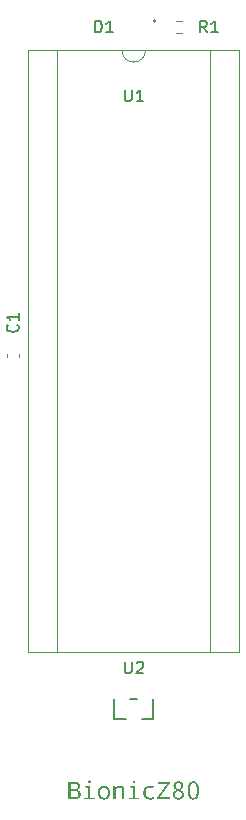
<source format=gbr>
G04 #@! TF.GenerationSoftware,KiCad,Pcbnew,7.0.11+dfsg-1build4*
G04 #@! TF.CreationDate,2024-12-04T21:16:19+09:00*
G04 #@! TF.ProjectId,bionic-z80,62696f6e-6963-42d7-9a38-302e6b696361,3*
G04 #@! TF.SameCoordinates,Original*
G04 #@! TF.FileFunction,Legend,Top*
G04 #@! TF.FilePolarity,Positive*
%FSLAX46Y46*%
G04 Gerber Fmt 4.6, Leading zero omitted, Abs format (unit mm)*
G04 Created by KiCad (PCBNEW 7.0.11+dfsg-1build4) date 2024-12-04 21:16:19*
%MOMM*%
%LPD*%
G01*
G04 APERTURE LIST*
%ADD10C,0.150000*%
%ADD11C,0.120000*%
%ADD12C,0.152400*%
G04 APERTURE END LIST*
D10*
G36*
X108638939Y-135669959D02*
G01*
X108656116Y-135670222D01*
X108672991Y-135670660D01*
X108689563Y-135671274D01*
X108705832Y-135672063D01*
X108721798Y-135673027D01*
X108737462Y-135674167D01*
X108752823Y-135675481D01*
X108767882Y-135676972D01*
X108782638Y-135678637D01*
X108811241Y-135682494D01*
X108838634Y-135687052D01*
X108864816Y-135692311D01*
X108889788Y-135698272D01*
X108913549Y-135704934D01*
X108936099Y-135712297D01*
X108957438Y-135720361D01*
X108977566Y-135729127D01*
X108996484Y-135738593D01*
X109014191Y-135748761D01*
X109030688Y-135759631D01*
X109046127Y-135771236D01*
X109060569Y-135783702D01*
X109074016Y-135797030D01*
X109086467Y-135811219D01*
X109097921Y-135826270D01*
X109108380Y-135842183D01*
X109117842Y-135858957D01*
X109126309Y-135876592D01*
X109133779Y-135895090D01*
X109140254Y-135914448D01*
X109145732Y-135934668D01*
X109150214Y-135955750D01*
X109153700Y-135977693D01*
X109156190Y-136000498D01*
X109157685Y-136024164D01*
X109158183Y-136048692D01*
X109157866Y-136064915D01*
X109156917Y-136080795D01*
X109155336Y-136096331D01*
X109153122Y-136111524D01*
X109150276Y-136126373D01*
X109146797Y-136140879D01*
X109142685Y-136155041D01*
X109135332Y-136175640D01*
X109126555Y-136195467D01*
X109116355Y-136214521D01*
X109104732Y-136232802D01*
X109091686Y-136250310D01*
X109082197Y-136261553D01*
X109077216Y-136267045D01*
X109066872Y-136277631D01*
X109056081Y-136287682D01*
X109044844Y-136297197D01*
X109033161Y-136306177D01*
X109021031Y-136314622D01*
X109008454Y-136322532D01*
X108995431Y-136329907D01*
X108981961Y-136336746D01*
X108968045Y-136343050D01*
X108953683Y-136348819D01*
X108938873Y-136354052D01*
X108923618Y-136358751D01*
X108907916Y-136362914D01*
X108891767Y-136366542D01*
X108875172Y-136369634D01*
X108858130Y-136372192D01*
X108858130Y-136382450D01*
X108879183Y-136386165D01*
X108899567Y-136390350D01*
X108919282Y-136395004D01*
X108938330Y-136400127D01*
X108956709Y-136405720D01*
X108974419Y-136411782D01*
X108991462Y-136418314D01*
X109007836Y-136425315D01*
X109023542Y-136432785D01*
X109038579Y-136440725D01*
X109052948Y-136449134D01*
X109066649Y-136458013D01*
X109079681Y-136467361D01*
X109092045Y-136477178D01*
X109103741Y-136487465D01*
X109114768Y-136498221D01*
X109125127Y-136509447D01*
X109134818Y-136521142D01*
X109143841Y-136533306D01*
X109152195Y-136545940D01*
X109159881Y-136559043D01*
X109166898Y-136572616D01*
X109173247Y-136586658D01*
X109178928Y-136601169D01*
X109183940Y-136616150D01*
X109188285Y-136631601D01*
X109191960Y-136647520D01*
X109194968Y-136663909D01*
X109197307Y-136680768D01*
X109198978Y-136698096D01*
X109199980Y-136715893D01*
X109200314Y-136734160D01*
X109199801Y-136759281D01*
X109198259Y-136783722D01*
X109195691Y-136807481D01*
X109192094Y-136830559D01*
X109187470Y-136852956D01*
X109181819Y-136874672D01*
X109175140Y-136895706D01*
X109167433Y-136916060D01*
X109158699Y-136935732D01*
X109148938Y-136954722D01*
X109138148Y-136973032D01*
X109126332Y-136990660D01*
X109113488Y-137007608D01*
X109099616Y-137023874D01*
X109084716Y-137039458D01*
X109068790Y-137054362D01*
X109052021Y-137068426D01*
X109034506Y-137081582D01*
X109016244Y-137093831D01*
X108997234Y-137105172D01*
X108977478Y-137115606D01*
X108956974Y-137125133D01*
X108935724Y-137133753D01*
X108913726Y-137141465D01*
X108890981Y-137148270D01*
X108867490Y-137154168D01*
X108843251Y-137159158D01*
X108818265Y-137163241D01*
X108792532Y-137166417D01*
X108766053Y-137168685D01*
X108738826Y-137170046D01*
X108710852Y-137170500D01*
X108167900Y-137170500D01*
X108167900Y-136466714D01*
X108360608Y-136466714D01*
X108360608Y-137006735D01*
X108676780Y-137006735D01*
X108696502Y-137006461D01*
X108715599Y-137005640D01*
X108734069Y-137004271D01*
X108751913Y-137002355D01*
X108769131Y-136999892D01*
X108785723Y-136996881D01*
X108801689Y-136993323D01*
X108817029Y-136989218D01*
X108831742Y-136984565D01*
X108845830Y-136979365D01*
X108872126Y-136967322D01*
X108895919Y-136953089D01*
X108917206Y-136936668D01*
X108935990Y-136918056D01*
X108952269Y-136897255D01*
X108966043Y-136874264D01*
X108977313Y-136849084D01*
X108986079Y-136821714D01*
X108989522Y-136807207D01*
X108992340Y-136792154D01*
X108994531Y-136776553D01*
X108996096Y-136760405D01*
X108997036Y-136743709D01*
X108997349Y-136726466D01*
X108997023Y-136710485D01*
X108996045Y-136695012D01*
X108994415Y-136680045D01*
X108989200Y-136651635D01*
X108981378Y-136625254D01*
X108970948Y-136600902D01*
X108957910Y-136578580D01*
X108942266Y-136558287D01*
X108924013Y-136540023D01*
X108903153Y-136523788D01*
X108879686Y-136509583D01*
X108853611Y-136497407D01*
X108839596Y-136492080D01*
X108824929Y-136487261D01*
X108809610Y-136482948D01*
X108793639Y-136479143D01*
X108777016Y-136475846D01*
X108759742Y-136473055D01*
X108741815Y-136470772D01*
X108723237Y-136468997D01*
X108704007Y-136467728D01*
X108684125Y-136466967D01*
X108663591Y-136466714D01*
X108360608Y-136466714D01*
X108167900Y-136466714D01*
X108167900Y-135833636D01*
X108360608Y-135833636D01*
X108360608Y-136302949D01*
X108652966Y-136302949D01*
X108672730Y-136302730D01*
X108691812Y-136302073D01*
X108710213Y-136300978D01*
X108727934Y-136299446D01*
X108744972Y-136297475D01*
X108761330Y-136295066D01*
X108777006Y-136292220D01*
X108792001Y-136288935D01*
X108806315Y-136285213D01*
X108826509Y-136278809D01*
X108845170Y-136271419D01*
X108862298Y-136263043D01*
X108877894Y-136253683D01*
X108887439Y-136246895D01*
X108900599Y-136235741D01*
X108912465Y-136223299D01*
X108923036Y-136209569D01*
X108932313Y-136194551D01*
X108940296Y-136178245D01*
X108946984Y-136160651D01*
X108952377Y-136141769D01*
X108956476Y-136121599D01*
X108959281Y-136100141D01*
X108960431Y-136085120D01*
X108961007Y-136069526D01*
X108961079Y-136061515D01*
X108960771Y-136046535D01*
X108959156Y-136025081D01*
X108956156Y-136004843D01*
X108951771Y-135985822D01*
X108946002Y-135968019D01*
X108938848Y-135951433D01*
X108930310Y-135936064D01*
X108920387Y-135921912D01*
X108909079Y-135908977D01*
X108896387Y-135897260D01*
X108882310Y-135886759D01*
X108866730Y-135877265D01*
X108849526Y-135868706D01*
X108830700Y-135861080D01*
X108810251Y-135854387D01*
X108795717Y-135850445D01*
X108780461Y-135846917D01*
X108764484Y-135843804D01*
X108747786Y-135841107D01*
X108730366Y-135838824D01*
X108712226Y-135836956D01*
X108693364Y-135835504D01*
X108673780Y-135834466D01*
X108653476Y-135833844D01*
X108632450Y-135833636D01*
X108360608Y-135833636D01*
X108167900Y-135833636D01*
X108167900Y-135669871D01*
X108621459Y-135669871D01*
X108638939Y-135669959D01*
G37*
G36*
X109941103Y-135576082D02*
G01*
X109960614Y-135577109D01*
X109978206Y-135580191D01*
X109993879Y-135585327D01*
X110007632Y-135592517D01*
X110019467Y-135601762D01*
X110029382Y-135613061D01*
X110037379Y-135626414D01*
X110043456Y-135641822D01*
X110047614Y-135659284D01*
X110049853Y-135678800D01*
X110050280Y-135692952D01*
X110049483Y-135710766D01*
X110047095Y-135727113D01*
X110043115Y-135741993D01*
X110036237Y-135757913D01*
X110027067Y-135771720D01*
X110017673Y-135781613D01*
X110005158Y-135791449D01*
X109991793Y-135799250D01*
X109977578Y-135805015D01*
X109962512Y-135808746D01*
X109946597Y-135810442D01*
X109941103Y-135810555D01*
X109921396Y-135809522D01*
X109903627Y-135806421D01*
X109887796Y-135801253D01*
X109873904Y-135794017D01*
X109861950Y-135784715D01*
X109851935Y-135773345D01*
X109843858Y-135759908D01*
X109837720Y-135744404D01*
X109833520Y-135726832D01*
X109831258Y-135707193D01*
X109830827Y-135692952D01*
X109831797Y-135672066D01*
X109834704Y-135653235D01*
X109839550Y-135636458D01*
X109846335Y-135621735D01*
X109855058Y-135609066D01*
X109865719Y-135598452D01*
X109878319Y-135589892D01*
X109892857Y-135583387D01*
X109909334Y-135578935D01*
X109927749Y-135576539D01*
X109941103Y-135576082D01*
G37*
G36*
X109846581Y-136192307D02*
G01*
X109569243Y-136170691D01*
X109569243Y-136045028D01*
X110033793Y-136045028D01*
X110033793Y-137023221D01*
X110396494Y-137043737D01*
X110396494Y-137170500D01*
X109491940Y-137170500D01*
X109491940Y-137043737D01*
X109846581Y-137023221D01*
X109846581Y-136192307D01*
G37*
G36*
X111211932Y-136022205D02*
G01*
X111239051Y-136024077D01*
X111265536Y-136027197D01*
X111291384Y-136031565D01*
X111316598Y-136037180D01*
X111341176Y-136044044D01*
X111365118Y-136052155D01*
X111388425Y-136061515D01*
X111411097Y-136072122D01*
X111433133Y-136083978D01*
X111454534Y-136097081D01*
X111475299Y-136111432D01*
X111495429Y-136127031D01*
X111514924Y-136143878D01*
X111533783Y-136161973D01*
X111552007Y-136181316D01*
X111569353Y-136201692D01*
X111585581Y-136222887D01*
X111600689Y-136244900D01*
X111614678Y-136267732D01*
X111627548Y-136291383D01*
X111639299Y-136315852D01*
X111649930Y-136341140D01*
X111659443Y-136367246D01*
X111667836Y-136394171D01*
X111675111Y-136421914D01*
X111681266Y-136450476D01*
X111683924Y-136465064D01*
X111686302Y-136479857D01*
X111688400Y-136494854D01*
X111690219Y-136510056D01*
X111691758Y-136525463D01*
X111693017Y-136541074D01*
X111693996Y-136556890D01*
X111694696Y-136572911D01*
X111695115Y-136589136D01*
X111695255Y-136605566D01*
X111695117Y-136622534D01*
X111694703Y-136639277D01*
X111694012Y-136655793D01*
X111693045Y-136672084D01*
X111691803Y-136688148D01*
X111690283Y-136703986D01*
X111688488Y-136719598D01*
X111686417Y-136734984D01*
X111684069Y-136750144D01*
X111681445Y-136765077D01*
X111678545Y-136779785D01*
X111675368Y-136794266D01*
X111671916Y-136808522D01*
X111664182Y-136836354D01*
X111655344Y-136863282D01*
X111645400Y-136889305D01*
X111634352Y-136914424D01*
X111622199Y-136938638D01*
X111608941Y-136961948D01*
X111594579Y-136984354D01*
X111579111Y-137005855D01*
X111562539Y-137026451D01*
X111553839Y-137036410D01*
X111535841Y-137055487D01*
X111517110Y-137073333D01*
X111497647Y-137089948D01*
X111477452Y-137105332D01*
X111456523Y-137119486D01*
X111434862Y-137132409D01*
X111412468Y-137144101D01*
X111389341Y-137154563D01*
X111365481Y-137163793D01*
X111340889Y-137171793D01*
X111315564Y-137178562D01*
X111289507Y-137184101D01*
X111262716Y-137188408D01*
X111235193Y-137191485D01*
X111206937Y-137193331D01*
X111177949Y-137193947D01*
X111150413Y-137193321D01*
X111123492Y-137191445D01*
X111097187Y-137188318D01*
X111071497Y-137183940D01*
X111046423Y-137178312D01*
X111021963Y-137171433D01*
X110998120Y-137163302D01*
X110974891Y-137153922D01*
X110952278Y-137143290D01*
X110930281Y-137131407D01*
X110908899Y-137118274D01*
X110888132Y-137103890D01*
X110867980Y-137088255D01*
X110848444Y-137071369D01*
X110829523Y-137053233D01*
X110811218Y-137033846D01*
X110793827Y-137013368D01*
X110777558Y-136992051D01*
X110762412Y-136969896D01*
X110748387Y-136946903D01*
X110735484Y-136923071D01*
X110723703Y-136898400D01*
X110713044Y-136872890D01*
X110703507Y-136846542D01*
X110695092Y-136819355D01*
X110687799Y-136791330D01*
X110684573Y-136777002D01*
X110681628Y-136762466D01*
X110678963Y-136747719D01*
X110676579Y-136732763D01*
X110674476Y-136717597D01*
X110672652Y-136702222D01*
X110671110Y-136686636D01*
X110669847Y-136670842D01*
X110668866Y-136654837D01*
X110668164Y-136638623D01*
X110667744Y-136622199D01*
X110667603Y-136605566D01*
X110861410Y-136605566D01*
X110861723Y-136632186D01*
X110862662Y-136657960D01*
X110864228Y-136682890D01*
X110866419Y-136706974D01*
X110869236Y-136730214D01*
X110872680Y-136752608D01*
X110876750Y-136774157D01*
X110881446Y-136794862D01*
X110886768Y-136814721D01*
X110892716Y-136833735D01*
X110899290Y-136851904D01*
X110906490Y-136869228D01*
X110914316Y-136885707D01*
X110922769Y-136901341D01*
X110931848Y-136916129D01*
X110941552Y-136930073D01*
X110951883Y-136943172D01*
X110962840Y-136955425D01*
X110974423Y-136966834D01*
X110986632Y-136977397D01*
X110999467Y-136987115D01*
X111012929Y-136995988D01*
X111027016Y-137004017D01*
X111041730Y-137011200D01*
X111057070Y-137017538D01*
X111073035Y-137023031D01*
X111089627Y-137027679D01*
X111106845Y-137031481D01*
X111124690Y-137034439D01*
X111143160Y-137036552D01*
X111162256Y-137037819D01*
X111181979Y-137038242D01*
X111201634Y-137037819D01*
X111220665Y-137036552D01*
X111239071Y-137034439D01*
X111256854Y-137031481D01*
X111274013Y-137027679D01*
X111290549Y-137023031D01*
X111306460Y-137017538D01*
X111321747Y-137011200D01*
X111336410Y-137004017D01*
X111350449Y-136995988D01*
X111363864Y-136987115D01*
X111376656Y-136977397D01*
X111388823Y-136966834D01*
X111400366Y-136955425D01*
X111411286Y-136943172D01*
X111421581Y-136930073D01*
X111431252Y-136916129D01*
X111440300Y-136901341D01*
X111448723Y-136885707D01*
X111456523Y-136869228D01*
X111463699Y-136851904D01*
X111470250Y-136833735D01*
X111476178Y-136814721D01*
X111481482Y-136794862D01*
X111486161Y-136774157D01*
X111490217Y-136752608D01*
X111493649Y-136730214D01*
X111496457Y-136706974D01*
X111498641Y-136682890D01*
X111500200Y-136657960D01*
X111501136Y-136632186D01*
X111501448Y-136605566D01*
X111501134Y-136579217D01*
X111500192Y-136553704D01*
X111498621Y-136529028D01*
X111496422Y-136505188D01*
X111493595Y-136482184D01*
X111490140Y-136460018D01*
X111486056Y-136438687D01*
X111481344Y-136418193D01*
X111476004Y-136398536D01*
X111470036Y-136379715D01*
X111463439Y-136361731D01*
X111456214Y-136344583D01*
X111448361Y-136328271D01*
X111439879Y-136312796D01*
X111430769Y-136298158D01*
X111421031Y-136284356D01*
X111410665Y-136271390D01*
X111399671Y-136259261D01*
X111388048Y-136247969D01*
X111375797Y-136237513D01*
X111362918Y-136227893D01*
X111349410Y-136219110D01*
X111335274Y-136211164D01*
X111320510Y-136204053D01*
X111305118Y-136197780D01*
X111289097Y-136192343D01*
X111272449Y-136187742D01*
X111255171Y-136183978D01*
X111237266Y-136181050D01*
X111218733Y-136178959D01*
X111199571Y-136177704D01*
X111179781Y-136177286D01*
X111160193Y-136177704D01*
X111141228Y-136178959D01*
X111122884Y-136181050D01*
X111105162Y-136183978D01*
X111088063Y-136187742D01*
X111071584Y-136192343D01*
X111055728Y-136197780D01*
X111040493Y-136204053D01*
X111025881Y-136211164D01*
X111011890Y-136219110D01*
X110998521Y-136227893D01*
X110985774Y-136237513D01*
X110973648Y-136247969D01*
X110962144Y-136259261D01*
X110951263Y-136271390D01*
X110941003Y-136284356D01*
X110931365Y-136298158D01*
X110922348Y-136312796D01*
X110913954Y-136328271D01*
X110906181Y-136344583D01*
X110899030Y-136361731D01*
X110892501Y-136379715D01*
X110886594Y-136398536D01*
X110881308Y-136418193D01*
X110876645Y-136438687D01*
X110872603Y-136460018D01*
X110869183Y-136482184D01*
X110866385Y-136505188D01*
X110864208Y-136529028D01*
X110862654Y-136553704D01*
X110861721Y-136579217D01*
X110861410Y-136605566D01*
X110667603Y-136605566D01*
X110667740Y-136588756D01*
X110668149Y-136572169D01*
X110668830Y-136555806D01*
X110669784Y-136539666D01*
X110671011Y-136523749D01*
X110672511Y-136508056D01*
X110674283Y-136492585D01*
X110676327Y-136477338D01*
X110678645Y-136462315D01*
X110681235Y-136447514D01*
X110684097Y-136432937D01*
X110687232Y-136418583D01*
X110694321Y-136390544D01*
X110702500Y-136363399D01*
X110711769Y-136337147D01*
X110722129Y-136311787D01*
X110733579Y-136287321D01*
X110746120Y-136263748D01*
X110759751Y-136241068D01*
X110774473Y-136219280D01*
X110790285Y-136198386D01*
X110807188Y-136178385D01*
X110825018Y-136159397D01*
X110843613Y-136141634D01*
X110862971Y-136125096D01*
X110883094Y-136109783D01*
X110903981Y-136095695D01*
X110925633Y-136082833D01*
X110948048Y-136071195D01*
X110971228Y-136060782D01*
X110995172Y-136051594D01*
X111019880Y-136043632D01*
X111045352Y-136036894D01*
X111071589Y-136031381D01*
X111098589Y-136027094D01*
X111126354Y-136024031D01*
X111154884Y-136022194D01*
X111184177Y-136021581D01*
X111211932Y-136022205D01*
G37*
G36*
X112723640Y-137170500D02*
G01*
X112723640Y-136444366D01*
X112723400Y-136427934D01*
X112722682Y-136412024D01*
X112721485Y-136396635D01*
X112719810Y-136381769D01*
X112715023Y-136353600D01*
X112708321Y-136327518D01*
X112699704Y-136303523D01*
X112689173Y-136281614D01*
X112676726Y-136261792D01*
X112662365Y-136244056D01*
X112646089Y-136228407D01*
X112627898Y-136214844D01*
X112607793Y-136203368D01*
X112585772Y-136193978D01*
X112561837Y-136186675D01*
X112535987Y-136181459D01*
X112508222Y-136178329D01*
X112478542Y-136177286D01*
X112459067Y-136177685D01*
X112440211Y-136178883D01*
X112421973Y-136180879D01*
X112404353Y-136183674D01*
X112387352Y-136187268D01*
X112370968Y-136191660D01*
X112355203Y-136196851D01*
X112340056Y-136202840D01*
X112325528Y-136209628D01*
X112311617Y-136217214D01*
X112298325Y-136225599D01*
X112285651Y-136234782D01*
X112273595Y-136244764D01*
X112262158Y-136255545D01*
X112251339Y-136267124D01*
X112241138Y-136279502D01*
X112231555Y-136292678D01*
X112222591Y-136306653D01*
X112214244Y-136321426D01*
X112206516Y-136336998D01*
X112199407Y-136353368D01*
X112192915Y-136370537D01*
X112187042Y-136388505D01*
X112181787Y-136407271D01*
X112177150Y-136426836D01*
X112173132Y-136447199D01*
X112169731Y-136468361D01*
X112166949Y-136490321D01*
X112164785Y-136513080D01*
X112163240Y-136536638D01*
X112162312Y-136560994D01*
X112162003Y-136586148D01*
X112162003Y-137170500D01*
X111974425Y-137170500D01*
X111974425Y-136045028D01*
X112125733Y-136045028D01*
X112153577Y-136194871D01*
X112163835Y-136194871D01*
X112177640Y-136173887D01*
X112192492Y-136154257D01*
X112208391Y-136135980D01*
X112225338Y-136119057D01*
X112243333Y-136103488D01*
X112262376Y-136089273D01*
X112282465Y-136076411D01*
X112303603Y-136064904D01*
X112325788Y-136054750D01*
X112349021Y-136045950D01*
X112373301Y-136038504D01*
X112398629Y-136032412D01*
X112425004Y-136027673D01*
X112452427Y-136024289D01*
X112480898Y-136022258D01*
X112510416Y-136021581D01*
X112535074Y-136021984D01*
X112558950Y-136023191D01*
X112582043Y-136025204D01*
X112604354Y-136028021D01*
X112625881Y-136031644D01*
X112646626Y-136036071D01*
X112666588Y-136041304D01*
X112685767Y-136047341D01*
X112704163Y-136054184D01*
X112721776Y-136061831D01*
X112738607Y-136070284D01*
X112754655Y-136079541D01*
X112769920Y-136089604D01*
X112784402Y-136100471D01*
X112798101Y-136112144D01*
X112811018Y-136124621D01*
X112823151Y-136137904D01*
X112834502Y-136151991D01*
X112845070Y-136166884D01*
X112854855Y-136182581D01*
X112863858Y-136199084D01*
X112872077Y-136216391D01*
X112879514Y-136234504D01*
X112886168Y-136253421D01*
X112892039Y-136273144D01*
X112897127Y-136293671D01*
X112901433Y-136315004D01*
X112904956Y-136337141D01*
X112907695Y-136360083D01*
X112909653Y-136383831D01*
X112910827Y-136408383D01*
X112911218Y-136433741D01*
X112911218Y-137170500D01*
X112723640Y-137170500D01*
G37*
G36*
X113721982Y-135576082D02*
G01*
X113741493Y-135577109D01*
X113759085Y-135580191D01*
X113774758Y-135585327D01*
X113788512Y-135592517D01*
X113800346Y-135601762D01*
X113810262Y-135613061D01*
X113818258Y-135626414D01*
X113824335Y-135641822D01*
X113828493Y-135659284D01*
X113830732Y-135678800D01*
X113831159Y-135692952D01*
X113830363Y-135710766D01*
X113827975Y-135727113D01*
X113823994Y-135741993D01*
X113817116Y-135757913D01*
X113807946Y-135771720D01*
X113798552Y-135781613D01*
X113786037Y-135791449D01*
X113772672Y-135799250D01*
X113758457Y-135805015D01*
X113743392Y-135808746D01*
X113727476Y-135810442D01*
X113721982Y-135810555D01*
X113702275Y-135809522D01*
X113684506Y-135806421D01*
X113668675Y-135801253D01*
X113654783Y-135794017D01*
X113642829Y-135784715D01*
X113632814Y-135773345D01*
X113624737Y-135759908D01*
X113618599Y-135744404D01*
X113614399Y-135726832D01*
X113612137Y-135707193D01*
X113611707Y-135692952D01*
X113612676Y-135672066D01*
X113615584Y-135653235D01*
X113620430Y-135636458D01*
X113627214Y-135621735D01*
X113635937Y-135609066D01*
X113646599Y-135598452D01*
X113659198Y-135589892D01*
X113673737Y-135583387D01*
X113690213Y-135578935D01*
X113708629Y-135576539D01*
X113721982Y-135576082D01*
G37*
G36*
X113627460Y-136192307D02*
G01*
X113350123Y-136170691D01*
X113350123Y-136045028D01*
X113814672Y-136045028D01*
X113814672Y-137023221D01*
X114177373Y-137043737D01*
X114177373Y-137170500D01*
X113272820Y-137170500D01*
X113272820Y-137043737D01*
X113627460Y-137023221D01*
X113627460Y-136192307D01*
G37*
G36*
X115423378Y-136082398D02*
G01*
X115359631Y-136245063D01*
X115340434Y-136237832D01*
X115321494Y-136231067D01*
X115302813Y-136224769D01*
X115284388Y-136218937D01*
X115266222Y-136213572D01*
X115248313Y-136208673D01*
X115230662Y-136204241D01*
X115213268Y-136200275D01*
X115196132Y-136196776D01*
X115179253Y-136193744D01*
X115162632Y-136191178D01*
X115146269Y-136189078D01*
X115130163Y-136187445D01*
X115114315Y-136186279D01*
X115098725Y-136185579D01*
X115083392Y-136185346D01*
X115059883Y-136185762D01*
X115037120Y-136187010D01*
X115015103Y-136189091D01*
X114993833Y-136192004D01*
X114973309Y-136195748D01*
X114953532Y-136200325D01*
X114934500Y-136205735D01*
X114916215Y-136211976D01*
X114898677Y-136219050D01*
X114881884Y-136226956D01*
X114865838Y-136235694D01*
X114850539Y-136245264D01*
X114835985Y-136255666D01*
X114822178Y-136266901D01*
X114809118Y-136278967D01*
X114796803Y-136291866D01*
X114785235Y-136305598D01*
X114774414Y-136320161D01*
X114764338Y-136335556D01*
X114755009Y-136351784D01*
X114746427Y-136368844D01*
X114738590Y-136386736D01*
X114731500Y-136405460D01*
X114725156Y-136425017D01*
X114719559Y-136445406D01*
X114714708Y-136466626D01*
X114710603Y-136488679D01*
X114707245Y-136511565D01*
X114704632Y-136535282D01*
X114702767Y-136559832D01*
X114701647Y-136585214D01*
X114701274Y-136611428D01*
X114701637Y-136637191D01*
X114702727Y-136662136D01*
X114704542Y-136686264D01*
X114707084Y-136709573D01*
X114710353Y-136732065D01*
X114714347Y-136753739D01*
X114719068Y-136774595D01*
X114724515Y-136794633D01*
X114730689Y-136813853D01*
X114737588Y-136832255D01*
X114745214Y-136849840D01*
X114753567Y-136866606D01*
X114762645Y-136882555D01*
X114772450Y-136897685D01*
X114782981Y-136911998D01*
X114794239Y-136925493D01*
X114806223Y-136938171D01*
X114818933Y-136950030D01*
X114832369Y-136961071D01*
X114846532Y-136971295D01*
X114861421Y-136980700D01*
X114877036Y-136989288D01*
X114893377Y-136997058D01*
X114910445Y-137004010D01*
X114928239Y-137010144D01*
X114946759Y-137015460D01*
X114966006Y-137019958D01*
X114985979Y-137023639D01*
X115006678Y-137026502D01*
X115028104Y-137028546D01*
X115050256Y-137029773D01*
X115073134Y-137030182D01*
X115093403Y-137029933D01*
X115113726Y-137029186D01*
X115134103Y-137027941D01*
X115154535Y-137026198D01*
X115175022Y-137023957D01*
X115195562Y-137021218D01*
X115216157Y-137017980D01*
X115236807Y-137014245D01*
X115257511Y-137010012D01*
X115278269Y-137005281D01*
X115299082Y-137000051D01*
X115319949Y-136994324D01*
X115340870Y-136988099D01*
X115361846Y-136981375D01*
X115382876Y-136974154D01*
X115403961Y-136966435D01*
X115403961Y-137131299D01*
X115386451Y-137138885D01*
X115368452Y-137145982D01*
X115349963Y-137152589D01*
X115330985Y-137158707D01*
X115311518Y-137164336D01*
X115291561Y-137169475D01*
X115271115Y-137174125D01*
X115250179Y-137178285D01*
X115228754Y-137181956D01*
X115206839Y-137185137D01*
X115184435Y-137187829D01*
X115161542Y-137190031D01*
X115138159Y-137191744D01*
X115114287Y-137192968D01*
X115089925Y-137193702D01*
X115065074Y-137193947D01*
X115048634Y-137193800D01*
X115032426Y-137193361D01*
X115016448Y-137192630D01*
X115000702Y-137191606D01*
X114985187Y-137190289D01*
X114969903Y-137188679D01*
X114954851Y-137186777D01*
X114940029Y-137184582D01*
X114925438Y-137182094D01*
X114896951Y-137176241D01*
X114869388Y-137169217D01*
X114842749Y-137161022D01*
X114817035Y-137151657D01*
X114792245Y-137141121D01*
X114768380Y-137129415D01*
X114745439Y-137116538D01*
X114723423Y-137102490D01*
X114702331Y-137087271D01*
X114682164Y-137070882D01*
X114662921Y-137053323D01*
X114653647Y-137044104D01*
X114635945Y-137024864D01*
X114619386Y-137004605D01*
X114603968Y-136983327D01*
X114589693Y-136961031D01*
X114576560Y-136937715D01*
X114564569Y-136913380D01*
X114553719Y-136888027D01*
X114544012Y-136861654D01*
X114535447Y-136834263D01*
X114528024Y-136805853D01*
X114524740Y-136791265D01*
X114521743Y-136776423D01*
X114519030Y-136761326D01*
X114516603Y-136745975D01*
X114514462Y-136730369D01*
X114512606Y-136714508D01*
X114511036Y-136698392D01*
X114509751Y-136682021D01*
X114508752Y-136665396D01*
X114508038Y-136648516D01*
X114507610Y-136631382D01*
X114507467Y-136613992D01*
X114507613Y-136596038D01*
X114508051Y-136578353D01*
X114508781Y-136560938D01*
X114509803Y-136543793D01*
X114511117Y-136526918D01*
X114512722Y-136510313D01*
X114514620Y-136493977D01*
X114516810Y-136477911D01*
X114519291Y-136462115D01*
X114522065Y-136446588D01*
X114525130Y-136431331D01*
X114528487Y-136416344D01*
X114532137Y-136401627D01*
X114536078Y-136387180D01*
X114540311Y-136373002D01*
X114549654Y-136345456D01*
X114560164Y-136318989D01*
X114571841Y-136293601D01*
X114584687Y-136269292D01*
X114598701Y-136246063D01*
X114613882Y-136223912D01*
X114630231Y-136202840D01*
X114647748Y-136182848D01*
X114656944Y-136173256D01*
X114676102Y-136154889D01*
X114696208Y-136137707D01*
X114717261Y-136121710D01*
X114739261Y-136106898D01*
X114762209Y-136093271D01*
X114786104Y-136080829D01*
X114810947Y-136069572D01*
X114836737Y-136059500D01*
X114863475Y-136050613D01*
X114891159Y-136042910D01*
X114919792Y-136036393D01*
X114934463Y-136033579D01*
X114949371Y-136031061D01*
X114964516Y-136028839D01*
X114979898Y-136026913D01*
X114995517Y-136025284D01*
X115011373Y-136023951D01*
X115027465Y-136022914D01*
X115043795Y-136022174D01*
X115060361Y-136021729D01*
X115077164Y-136021581D01*
X115100026Y-136021819D01*
X115122725Y-136022531D01*
X115145260Y-136023719D01*
X115167633Y-136025382D01*
X115189842Y-136027520D01*
X115211888Y-136030133D01*
X115233772Y-136033222D01*
X115255492Y-136036785D01*
X115277048Y-136040824D01*
X115298442Y-136045338D01*
X115319673Y-136050326D01*
X115340740Y-136055790D01*
X115361644Y-136061730D01*
X115382385Y-136068144D01*
X115402963Y-136075033D01*
X115423378Y-136082398D01*
G37*
G36*
X116748518Y-137170500D02*
G01*
X115695587Y-137170500D01*
X115695587Y-137023221D01*
X116512579Y-135838765D01*
X115717202Y-135838765D01*
X115717202Y-135669871D01*
X116728001Y-135669871D01*
X116728001Y-135817150D01*
X115911009Y-137001606D01*
X116748518Y-137001606D01*
X116748518Y-137170500D01*
G37*
G36*
X117506883Y-135646805D02*
G01*
X117529755Y-135647947D01*
X117552060Y-135649850D01*
X117573799Y-135652515D01*
X117594971Y-135655941D01*
X117615576Y-135660128D01*
X117635614Y-135665077D01*
X117655086Y-135670787D01*
X117673991Y-135677259D01*
X117692329Y-135684492D01*
X117710101Y-135692486D01*
X117727305Y-135701241D01*
X117743944Y-135710758D01*
X117760015Y-135721037D01*
X117775520Y-135732076D01*
X117790457Y-135743877D01*
X117804698Y-135756326D01*
X117818021Y-135769311D01*
X117830424Y-135782830D01*
X117841909Y-135796885D01*
X117852475Y-135811476D01*
X117862122Y-135826601D01*
X117870850Y-135842262D01*
X117878660Y-135858457D01*
X117885550Y-135875189D01*
X117891523Y-135892455D01*
X117896576Y-135910256D01*
X117900710Y-135928593D01*
X117903926Y-135947465D01*
X117906223Y-135966873D01*
X117907601Y-135986815D01*
X117908060Y-136007293D01*
X117907006Y-136036336D01*
X117903842Y-136064572D01*
X117898568Y-136092000D01*
X117891185Y-136118622D01*
X117881692Y-136144436D01*
X117870090Y-136169443D01*
X117856379Y-136193644D01*
X117840558Y-136217036D01*
X117822627Y-136239622D01*
X117812871Y-136250612D01*
X117802588Y-136261401D01*
X117791777Y-136271988D01*
X117780438Y-136282372D01*
X117768573Y-136292555D01*
X117756180Y-136302537D01*
X117743259Y-136312316D01*
X117729811Y-136321894D01*
X117715836Y-136331270D01*
X117701334Y-136340444D01*
X117686304Y-136349416D01*
X117670747Y-136358187D01*
X117654662Y-136366756D01*
X117638050Y-136375123D01*
X117657637Y-136385500D01*
X117676603Y-136396025D01*
X117694946Y-136406698D01*
X117712668Y-136417518D01*
X117729768Y-136428485D01*
X117746246Y-136439600D01*
X117762103Y-136450862D01*
X117777337Y-136462272D01*
X117791950Y-136473829D01*
X117805941Y-136485533D01*
X117819310Y-136497385D01*
X117832057Y-136509384D01*
X117844182Y-136521530D01*
X117855686Y-136533824D01*
X117866568Y-136546266D01*
X117876828Y-136558854D01*
X117886466Y-136571591D01*
X117895482Y-136584474D01*
X117903877Y-136597505D01*
X117911650Y-136610683D01*
X117918801Y-136624009D01*
X117925330Y-136637482D01*
X117931237Y-136651103D01*
X117936522Y-136664871D01*
X117941186Y-136678786D01*
X117948648Y-136707059D01*
X117953622Y-136735922D01*
X117955177Y-136750574D01*
X117956110Y-136765374D01*
X117956421Y-136780322D01*
X117955912Y-136803391D01*
X117954388Y-136825888D01*
X117951848Y-136847813D01*
X117948292Y-136869165D01*
X117943719Y-136889945D01*
X117938131Y-136910152D01*
X117931526Y-136929787D01*
X117923906Y-136948849D01*
X117915269Y-136967339D01*
X117905616Y-136985257D01*
X117894947Y-137002602D01*
X117883262Y-137019374D01*
X117870561Y-137035574D01*
X117856844Y-137051202D01*
X117842111Y-137066257D01*
X117826361Y-137080740D01*
X117809823Y-137094449D01*
X117792633Y-137107273D01*
X117774790Y-137119213D01*
X117756294Y-137130268D01*
X117737146Y-137140439D01*
X117717345Y-137149726D01*
X117696891Y-137158128D01*
X117675785Y-137165645D01*
X117654027Y-137172278D01*
X117631616Y-137178027D01*
X117608552Y-137182891D01*
X117584836Y-137186871D01*
X117560467Y-137189967D01*
X117535445Y-137192178D01*
X117509771Y-137193505D01*
X117483444Y-137193947D01*
X117456027Y-137193530D01*
X117429371Y-137192281D01*
X117403477Y-137190199D01*
X117378343Y-137187284D01*
X117353972Y-137183535D01*
X117330361Y-137178955D01*
X117307512Y-137173541D01*
X117285424Y-137167294D01*
X117264098Y-137160214D01*
X117243533Y-137152301D01*
X117223729Y-137143556D01*
X117204687Y-137133978D01*
X117186406Y-137123566D01*
X117168886Y-137112322D01*
X117152128Y-137100245D01*
X117136131Y-137087335D01*
X117121047Y-137073632D01*
X117106936Y-137059268D01*
X117093799Y-137044243D01*
X117081634Y-137028556D01*
X117070443Y-137012209D01*
X117060225Y-136995200D01*
X117050980Y-136977530D01*
X117042708Y-136959199D01*
X117035409Y-136940207D01*
X117029084Y-136920553D01*
X117023731Y-136900239D01*
X117019352Y-136879263D01*
X117015946Y-136857626D01*
X117013513Y-136835328D01*
X117012054Y-136812368D01*
X117011567Y-136788748D01*
X117011580Y-136788015D01*
X117194749Y-136788015D01*
X117195027Y-136803162D01*
X117195860Y-136817828D01*
X117199191Y-136845718D01*
X117204744Y-136871684D01*
X117212518Y-136895726D01*
X117222513Y-136917846D01*
X117234729Y-136938041D01*
X117249166Y-136956314D01*
X117265824Y-136972663D01*
X117284703Y-136987088D01*
X117305803Y-136999591D01*
X117329125Y-137010169D01*
X117354667Y-137018825D01*
X117382431Y-137025557D01*
X117397145Y-137028201D01*
X117412415Y-137030365D01*
X117428241Y-137032048D01*
X117444621Y-137033250D01*
X117461557Y-137033972D01*
X117479048Y-137034212D01*
X117496339Y-137033950D01*
X117513131Y-137033164D01*
X117529426Y-137031855D01*
X117545222Y-137030022D01*
X117560521Y-137027665D01*
X117575322Y-137024784D01*
X117589624Y-137021379D01*
X117610144Y-137015290D01*
X117629543Y-137008023D01*
X117647822Y-136999577D01*
X117664981Y-136989952D01*
X117681018Y-136979149D01*
X117695936Y-136967167D01*
X117709685Y-136954067D01*
X117722082Y-136940046D01*
X117733126Y-136925104D01*
X117742819Y-136909242D01*
X117751158Y-136892458D01*
X117758146Y-136874753D01*
X117763781Y-136856128D01*
X117768063Y-136836581D01*
X117770994Y-136816114D01*
X117772571Y-136794726D01*
X117772872Y-136779955D01*
X117772302Y-136762831D01*
X117770592Y-136746081D01*
X117767743Y-136729704D01*
X117763753Y-136713700D01*
X117758624Y-136698071D01*
X117752354Y-136682814D01*
X117744945Y-136667931D01*
X117736396Y-136653422D01*
X117726707Y-136639286D01*
X117715878Y-136625524D01*
X117708026Y-136616557D01*
X117695068Y-136603123D01*
X117680514Y-136589612D01*
X117664362Y-136576023D01*
X117652707Y-136566922D01*
X117640343Y-136557785D01*
X117627268Y-136548615D01*
X117613484Y-136539410D01*
X117598989Y-136530171D01*
X117583785Y-136520897D01*
X117567871Y-136511589D01*
X117551247Y-136502247D01*
X117533914Y-136492870D01*
X117515870Y-136483459D01*
X117497117Y-136474014D01*
X117487474Y-136469278D01*
X117456700Y-136454990D01*
X117440584Y-136462835D01*
X117424979Y-136470845D01*
X117409886Y-136479021D01*
X117395305Y-136487362D01*
X117381235Y-136495868D01*
X117367677Y-136504539D01*
X117354631Y-136513376D01*
X117342096Y-136522378D01*
X117330073Y-136531546D01*
X117318562Y-136540878D01*
X117297074Y-136560039D01*
X117277632Y-136579862D01*
X117260237Y-136600345D01*
X117244888Y-136621490D01*
X117231586Y-136643296D01*
X117220330Y-136665763D01*
X117211121Y-136688891D01*
X117203958Y-136712680D01*
X117198842Y-136737131D01*
X117195772Y-136762242D01*
X117194749Y-136788015D01*
X117011580Y-136788015D01*
X117011851Y-136772314D01*
X117012702Y-136756124D01*
X117014121Y-136740177D01*
X117016107Y-136724474D01*
X117018660Y-136709014D01*
X117021781Y-136693797D01*
X117025469Y-136678823D01*
X117029725Y-136664092D01*
X117034548Y-136649605D01*
X117039939Y-136635362D01*
X117045897Y-136621361D01*
X117052422Y-136607604D01*
X117059515Y-136594090D01*
X117067176Y-136580819D01*
X117075404Y-136567792D01*
X117084199Y-136555008D01*
X117093561Y-136542467D01*
X117103492Y-136530169D01*
X117113989Y-136518115D01*
X117125054Y-136506304D01*
X117136687Y-136494736D01*
X117148886Y-136483412D01*
X117161654Y-136472331D01*
X117174988Y-136461493D01*
X117188891Y-136450899D01*
X117203360Y-136440547D01*
X117218397Y-136430439D01*
X117234002Y-136420575D01*
X117250174Y-136410953D01*
X117266913Y-136401575D01*
X117284220Y-136392441D01*
X117302094Y-136383549D01*
X117287195Y-136374107D01*
X117272769Y-136364511D01*
X117258816Y-136354761D01*
X117245336Y-136344858D01*
X117232329Y-136334800D01*
X117219795Y-136324589D01*
X117207734Y-136314224D01*
X117196146Y-136303705D01*
X117185031Y-136293032D01*
X117174389Y-136282205D01*
X117164220Y-136271224D01*
X117154524Y-136260090D01*
X117136550Y-136237360D01*
X117120469Y-136214014D01*
X117106279Y-136190053D01*
X117093982Y-136165476D01*
X117083576Y-136140285D01*
X117075063Y-136114477D01*
X117068441Y-136088055D01*
X117063711Y-136061017D01*
X117060873Y-136033363D01*
X117060307Y-136016452D01*
X117243476Y-136016452D01*
X117243923Y-136033381D01*
X117245266Y-136049820D01*
X117247504Y-136065770D01*
X117250637Y-136081230D01*
X117254665Y-136096201D01*
X117259589Y-136110682D01*
X117265407Y-136124674D01*
X117272121Y-136138177D01*
X117279730Y-136151190D01*
X117288234Y-136163713D01*
X117294400Y-136171790D01*
X117304734Y-136183681D01*
X117316640Y-136195584D01*
X117330116Y-136207500D01*
X117345165Y-136219429D01*
X117361784Y-136231371D01*
X117379975Y-136243326D01*
X117392975Y-136251303D01*
X117406674Y-136259286D01*
X117421071Y-136267274D01*
X117436166Y-136275268D01*
X117451960Y-136283268D01*
X117468452Y-136291274D01*
X117485642Y-136299285D01*
X117500338Y-136292665D01*
X117514568Y-136285902D01*
X117528331Y-136278995D01*
X117541627Y-136271945D01*
X117554457Y-136264753D01*
X117578718Y-136249938D01*
X117601112Y-136234550D01*
X117621639Y-136218591D01*
X117640301Y-136202058D01*
X117657097Y-136184954D01*
X117672026Y-136167277D01*
X117685089Y-136149027D01*
X117696286Y-136130205D01*
X117705617Y-136110811D01*
X117713082Y-136090844D01*
X117718680Y-136070305D01*
X117722412Y-136049193D01*
X117724279Y-136027509D01*
X117724512Y-136016452D01*
X117723942Y-135997646D01*
X117722232Y-135979697D01*
X117719382Y-135962604D01*
X117715393Y-135946368D01*
X117710263Y-135930988D01*
X117703994Y-135916465D01*
X117696585Y-135902798D01*
X117688036Y-135889988D01*
X117678347Y-135878034D01*
X117667518Y-135866937D01*
X117659665Y-135860015D01*
X117647078Y-135850390D01*
X117633635Y-135841712D01*
X117619335Y-135833981D01*
X117604178Y-135827196D01*
X117588165Y-135821358D01*
X117571296Y-135816467D01*
X117553570Y-135812523D01*
X117534987Y-135809525D01*
X117515548Y-135807474D01*
X117495252Y-135806369D01*
X117481246Y-135806159D01*
X117461168Y-135806632D01*
X117441876Y-135808052D01*
X117423370Y-135810419D01*
X117405649Y-135813732D01*
X117388714Y-135817992D01*
X117372565Y-135823199D01*
X117357201Y-135829353D01*
X117342623Y-135836453D01*
X117328831Y-135844499D01*
X117315824Y-135853493D01*
X117307589Y-135860015D01*
X117296132Y-135870541D01*
X117285801Y-135881923D01*
X117276597Y-135894163D01*
X117268520Y-135907258D01*
X117261570Y-135921211D01*
X117255747Y-135936019D01*
X117251052Y-135951685D01*
X117247483Y-135968206D01*
X117245041Y-135985585D01*
X117243726Y-136003820D01*
X117243476Y-136016452D01*
X117060307Y-136016452D01*
X117059927Y-136005095D01*
X117060395Y-135984753D01*
X117061799Y-135964944D01*
X117064139Y-135945666D01*
X117067415Y-135926922D01*
X117071626Y-135908709D01*
X117076774Y-135891030D01*
X117082858Y-135873882D01*
X117089877Y-135857267D01*
X117097833Y-135841184D01*
X117106724Y-135825634D01*
X117116552Y-135810615D01*
X117127315Y-135796130D01*
X117139015Y-135782176D01*
X117151650Y-135768755D01*
X117165221Y-135755867D01*
X117179728Y-135743511D01*
X117194997Y-135731754D01*
X117210760Y-135720756D01*
X117227019Y-135710516D01*
X117243773Y-135701035D01*
X117261022Y-135692313D01*
X117278767Y-135684349D01*
X117297006Y-135677143D01*
X117315741Y-135670696D01*
X117334971Y-135665007D01*
X117354696Y-135660077D01*
X117374916Y-135655905D01*
X117395631Y-135652492D01*
X117416842Y-135649837D01*
X117438547Y-135647941D01*
X117460748Y-135646803D01*
X117483444Y-135646424D01*
X117506883Y-135646805D01*
G37*
G36*
X118756354Y-135646618D02*
G01*
X118785300Y-135648173D01*
X118813333Y-135651281D01*
X118840452Y-135655944D01*
X118866659Y-135662160D01*
X118891952Y-135669931D01*
X118916332Y-135679256D01*
X118939800Y-135690136D01*
X118962354Y-135702569D01*
X118983995Y-135716557D01*
X119004724Y-135732099D01*
X119024539Y-135749195D01*
X119043441Y-135767845D01*
X119061430Y-135788049D01*
X119078506Y-135809808D01*
X119094669Y-135833121D01*
X119102408Y-135845360D01*
X119109936Y-135857966D01*
X119117226Y-135870917D01*
X119124276Y-135884212D01*
X119131087Y-135897853D01*
X119137660Y-135911839D01*
X119143993Y-135926169D01*
X119150088Y-135940844D01*
X119155943Y-135955865D01*
X119161559Y-135971230D01*
X119166937Y-135986940D01*
X119172075Y-136002995D01*
X119176975Y-136019394D01*
X119181635Y-136036139D01*
X119186056Y-136053229D01*
X119190239Y-136070663D01*
X119194182Y-136088443D01*
X119197887Y-136106567D01*
X119201352Y-136125036D01*
X119204578Y-136143850D01*
X119207566Y-136163009D01*
X119210314Y-136182513D01*
X119212824Y-136202362D01*
X119215094Y-136222556D01*
X119217126Y-136243094D01*
X119218918Y-136263978D01*
X119220472Y-136285206D01*
X119221786Y-136306779D01*
X119222862Y-136328697D01*
X119223698Y-136350961D01*
X119224296Y-136373568D01*
X119224654Y-136396521D01*
X119224774Y-136419819D01*
X119224302Y-136467446D01*
X119222886Y-136513561D01*
X119220526Y-136558164D01*
X119217223Y-136601255D01*
X119212976Y-136642834D01*
X119207785Y-136682902D01*
X119201650Y-136721457D01*
X119194571Y-136758500D01*
X119186549Y-136794031D01*
X119177583Y-136828051D01*
X119167673Y-136860558D01*
X119156819Y-136891553D01*
X119145021Y-136921037D01*
X119132280Y-136949008D01*
X119118594Y-136975467D01*
X119103965Y-137000415D01*
X119088392Y-137023850D01*
X119071875Y-137045774D01*
X119054415Y-137066186D01*
X119036010Y-137085085D01*
X119016662Y-137102473D01*
X118996370Y-137118348D01*
X118975134Y-137132712D01*
X118952954Y-137145564D01*
X118929831Y-137156904D01*
X118905763Y-137166731D01*
X118880752Y-137175047D01*
X118854797Y-137181851D01*
X118827898Y-137187143D01*
X118800056Y-137190923D01*
X118771269Y-137193191D01*
X118741539Y-137193947D01*
X118712493Y-137193170D01*
X118684341Y-137190838D01*
X118657081Y-137186953D01*
X118630714Y-137181513D01*
X118605240Y-137174519D01*
X118580659Y-137165971D01*
X118556972Y-137155869D01*
X118534177Y-137144213D01*
X118512275Y-137131002D01*
X118491267Y-137116238D01*
X118471151Y-137099919D01*
X118451928Y-137082045D01*
X118433599Y-137062618D01*
X118416162Y-137041637D01*
X118399618Y-137019101D01*
X118383968Y-136995011D01*
X118376484Y-136982404D01*
X118369239Y-136969451D01*
X118362230Y-136956152D01*
X118355460Y-136942506D01*
X118348927Y-136928514D01*
X118342631Y-136914176D01*
X118336574Y-136899492D01*
X118330753Y-136884461D01*
X118325170Y-136869083D01*
X118319825Y-136853360D01*
X118314718Y-136837290D01*
X118309848Y-136820873D01*
X118305215Y-136804111D01*
X118300820Y-136787002D01*
X118296663Y-136769547D01*
X118292743Y-136751745D01*
X118289061Y-136733597D01*
X118285616Y-136715103D01*
X118282409Y-136696262D01*
X118279439Y-136677076D01*
X118276707Y-136657542D01*
X118274213Y-136637663D01*
X118271956Y-136617437D01*
X118269937Y-136596865D01*
X118268155Y-136575946D01*
X118266611Y-136554681D01*
X118265304Y-136533070D01*
X118264235Y-136511113D01*
X118263404Y-136488809D01*
X118262810Y-136466158D01*
X118262453Y-136443162D01*
X118262335Y-136419819D01*
X118262342Y-136419086D01*
X118453210Y-136419086D01*
X118453278Y-136439355D01*
X118453482Y-136459266D01*
X118453822Y-136478819D01*
X118454298Y-136498015D01*
X118454910Y-136516853D01*
X118455658Y-136535333D01*
X118456541Y-136553455D01*
X118457561Y-136571219D01*
X118458717Y-136588626D01*
X118460008Y-136605675D01*
X118461436Y-136622366D01*
X118462999Y-136638699D01*
X118464699Y-136654674D01*
X118466534Y-136670292D01*
X118468505Y-136685552D01*
X118470613Y-136700454D01*
X118472856Y-136714999D01*
X118477750Y-136743014D01*
X118483189Y-136769598D01*
X118489171Y-136794751D01*
X118495697Y-136818474D01*
X118502766Y-136840765D01*
X118510380Y-136861624D01*
X118518537Y-136881053D01*
X118522820Y-136890231D01*
X118531831Y-136907666D01*
X118541464Y-136923976D01*
X118551718Y-136939162D01*
X118562593Y-136953223D01*
X118574089Y-136966158D01*
X118586206Y-136977969D01*
X118598945Y-136988655D01*
X118612304Y-136998217D01*
X118626285Y-137006653D01*
X118640886Y-137013965D01*
X118656109Y-137020151D01*
X118671953Y-137025213D01*
X118688418Y-137029150D01*
X118705504Y-137031962D01*
X118723211Y-137033650D01*
X118741539Y-137034212D01*
X118760184Y-137033648D01*
X118778198Y-137031957D01*
X118795584Y-137029137D01*
X118812339Y-137025190D01*
X118828465Y-137020116D01*
X118843961Y-137013913D01*
X118858827Y-137006583D01*
X118873064Y-136998125D01*
X118886671Y-136988540D01*
X118899648Y-136977826D01*
X118911996Y-136965985D01*
X118923714Y-136953017D01*
X118934802Y-136938920D01*
X118945261Y-136923696D01*
X118955089Y-136907344D01*
X118964289Y-136889864D01*
X118972895Y-136871067D01*
X118980947Y-136850852D01*
X118988443Y-136829221D01*
X118995384Y-136806173D01*
X119001769Y-136781708D01*
X119007600Y-136755827D01*
X119012875Y-136728528D01*
X119017595Y-136699813D01*
X119019746Y-136684924D01*
X119021759Y-136669681D01*
X119023633Y-136654084D01*
X119025368Y-136638132D01*
X119026965Y-136621826D01*
X119028422Y-136605167D01*
X119029741Y-136588152D01*
X119030921Y-136570784D01*
X119031962Y-136553062D01*
X119032865Y-136534985D01*
X119033628Y-136516554D01*
X119034253Y-136497769D01*
X119034739Y-136478630D01*
X119035086Y-136459136D01*
X119035294Y-136439288D01*
X119035363Y-136419086D01*
X119035294Y-136399020D01*
X119035086Y-136379304D01*
X119034739Y-136359939D01*
X119034253Y-136340925D01*
X119033628Y-136322261D01*
X119032865Y-136303948D01*
X119031962Y-136285985D01*
X119030921Y-136268373D01*
X119029741Y-136251112D01*
X119028422Y-136234201D01*
X119026965Y-136217641D01*
X119025368Y-136201432D01*
X119023633Y-136185573D01*
X119021759Y-136170065D01*
X119019746Y-136154907D01*
X119017595Y-136140100D01*
X119012875Y-136111538D01*
X119007600Y-136084378D01*
X119001769Y-136058621D01*
X118995384Y-136034267D01*
X118988443Y-136011314D01*
X118980947Y-135989765D01*
X118972895Y-135969618D01*
X118964289Y-135950873D01*
X118955089Y-135933349D01*
X118945261Y-135916956D01*
X118934802Y-135901693D01*
X118923714Y-135887561D01*
X118911996Y-135874559D01*
X118899648Y-135862688D01*
X118886671Y-135851947D01*
X118873064Y-135842337D01*
X118858827Y-135833858D01*
X118843961Y-135826509D01*
X118828465Y-135820291D01*
X118812339Y-135815204D01*
X118795584Y-135811247D01*
X118778198Y-135808420D01*
X118760184Y-135806724D01*
X118741539Y-135806159D01*
X118723211Y-135806720D01*
X118705504Y-135808403D01*
X118688418Y-135811208D01*
X118671953Y-135815135D01*
X118656109Y-135820184D01*
X118640886Y-135826355D01*
X118626285Y-135833648D01*
X118612304Y-135842063D01*
X118598945Y-135851600D01*
X118586206Y-135862258D01*
X118574089Y-135874039D01*
X118562593Y-135886942D01*
X118551718Y-135900967D01*
X118541464Y-135916114D01*
X118531831Y-135932383D01*
X118522820Y-135949774D01*
X118514390Y-135968394D01*
X118506505Y-135988442D01*
X118499163Y-136009919D01*
X118492366Y-136032824D01*
X118486112Y-136057157D01*
X118480402Y-136082919D01*
X118475235Y-136110108D01*
X118470613Y-136138726D01*
X118468505Y-136153571D01*
X118466534Y-136168772D01*
X118464699Y-136184331D01*
X118462999Y-136200247D01*
X118461436Y-136216519D01*
X118460008Y-136233149D01*
X118458717Y-136250136D01*
X118457561Y-136267480D01*
X118456541Y-136285181D01*
X118455658Y-136303239D01*
X118454910Y-136321655D01*
X118454298Y-136340427D01*
X118453822Y-136359556D01*
X118453482Y-136379042D01*
X118453278Y-136398886D01*
X118453210Y-136419086D01*
X118262342Y-136419086D01*
X118262803Y-136372237D01*
X118264207Y-136326166D01*
X118266546Y-136281605D01*
X118269822Y-136238555D01*
X118274034Y-136197015D01*
X118279182Y-136156986D01*
X118285265Y-136118467D01*
X118292285Y-136081459D01*
X118300240Y-136045961D01*
X118309132Y-136011974D01*
X118318959Y-135979498D01*
X118329723Y-135948532D01*
X118341422Y-135919076D01*
X118354057Y-135891131D01*
X118367629Y-135864697D01*
X118382136Y-135839773D01*
X118397579Y-135816360D01*
X118413958Y-135794457D01*
X118431273Y-135774065D01*
X118449524Y-135755183D01*
X118468711Y-135737812D01*
X118488834Y-135721951D01*
X118509892Y-135707601D01*
X118531887Y-135694761D01*
X118554818Y-135683432D01*
X118578684Y-135673614D01*
X118603487Y-135665306D01*
X118629226Y-135658508D01*
X118655900Y-135653222D01*
X118683510Y-135649445D01*
X118712057Y-135647179D01*
X118741539Y-135646424D01*
X118756354Y-135646618D01*
G37*
X119883333Y-72232819D02*
X119550000Y-71756628D01*
X119311905Y-72232819D02*
X119311905Y-71232819D01*
X119311905Y-71232819D02*
X119692857Y-71232819D01*
X119692857Y-71232819D02*
X119788095Y-71280438D01*
X119788095Y-71280438D02*
X119835714Y-71328057D01*
X119835714Y-71328057D02*
X119883333Y-71423295D01*
X119883333Y-71423295D02*
X119883333Y-71566152D01*
X119883333Y-71566152D02*
X119835714Y-71661390D01*
X119835714Y-71661390D02*
X119788095Y-71709009D01*
X119788095Y-71709009D02*
X119692857Y-71756628D01*
X119692857Y-71756628D02*
X119311905Y-71756628D01*
X120835714Y-72232819D02*
X120264286Y-72232819D01*
X120550000Y-72232819D02*
X120550000Y-71232819D01*
X120550000Y-71232819D02*
X120454762Y-71375676D01*
X120454762Y-71375676D02*
X120359524Y-71470914D01*
X120359524Y-71470914D02*
X120264286Y-71518533D01*
X103848780Y-96989066D02*
X103896400Y-97036685D01*
X103896400Y-97036685D02*
X103944019Y-97179542D01*
X103944019Y-97179542D02*
X103944019Y-97274780D01*
X103944019Y-97274780D02*
X103896400Y-97417637D01*
X103896400Y-97417637D02*
X103801161Y-97512875D01*
X103801161Y-97512875D02*
X103705923Y-97560494D01*
X103705923Y-97560494D02*
X103515447Y-97608113D01*
X103515447Y-97608113D02*
X103372590Y-97608113D01*
X103372590Y-97608113D02*
X103182114Y-97560494D01*
X103182114Y-97560494D02*
X103086876Y-97512875D01*
X103086876Y-97512875D02*
X102991638Y-97417637D01*
X102991638Y-97417637D02*
X102944019Y-97274780D01*
X102944019Y-97274780D02*
X102944019Y-97179542D01*
X102944019Y-97179542D02*
X102991638Y-97036685D01*
X102991638Y-97036685D02*
X103039257Y-96989066D01*
X103944019Y-96036685D02*
X103944019Y-96608113D01*
X103944019Y-96322399D02*
X102944019Y-96322399D01*
X102944019Y-96322399D02*
X103086876Y-96417637D01*
X103086876Y-96417637D02*
X103182114Y-96512875D01*
X103182114Y-96512875D02*
X103229733Y-96608113D01*
X112938095Y-77074819D02*
X112938095Y-77884342D01*
X112938095Y-77884342D02*
X112985714Y-77979580D01*
X112985714Y-77979580D02*
X113033333Y-78027200D01*
X113033333Y-78027200D02*
X113128571Y-78074819D01*
X113128571Y-78074819D02*
X113319047Y-78074819D01*
X113319047Y-78074819D02*
X113414285Y-78027200D01*
X113414285Y-78027200D02*
X113461904Y-77979580D01*
X113461904Y-77979580D02*
X113509523Y-77884342D01*
X113509523Y-77884342D02*
X113509523Y-77074819D01*
X114509523Y-78074819D02*
X113938095Y-78074819D01*
X114223809Y-78074819D02*
X114223809Y-77074819D01*
X114223809Y-77074819D02*
X114128571Y-77217676D01*
X114128571Y-77217676D02*
X114033333Y-77312914D01*
X114033333Y-77312914D02*
X113938095Y-77360533D01*
X110421905Y-72232819D02*
X110421905Y-71232819D01*
X110421905Y-71232819D02*
X110660000Y-71232819D01*
X110660000Y-71232819D02*
X110802857Y-71280438D01*
X110802857Y-71280438D02*
X110898095Y-71375676D01*
X110898095Y-71375676D02*
X110945714Y-71470914D01*
X110945714Y-71470914D02*
X110993333Y-71661390D01*
X110993333Y-71661390D02*
X110993333Y-71804247D01*
X110993333Y-71804247D02*
X110945714Y-71994723D01*
X110945714Y-71994723D02*
X110898095Y-72089961D01*
X110898095Y-72089961D02*
X110802857Y-72185200D01*
X110802857Y-72185200D02*
X110660000Y-72232819D01*
X110660000Y-72232819D02*
X110421905Y-72232819D01*
X111945714Y-72232819D02*
X111374286Y-72232819D01*
X111660000Y-72232819D02*
X111660000Y-71232819D01*
X111660000Y-71232819D02*
X111564762Y-71375676D01*
X111564762Y-71375676D02*
X111469524Y-71470914D01*
X111469524Y-71470914D02*
X111374286Y-71518533D01*
X112938095Y-125513419D02*
X112938095Y-126322942D01*
X112938095Y-126322942D02*
X112985714Y-126418180D01*
X112985714Y-126418180D02*
X113033333Y-126465800D01*
X113033333Y-126465800D02*
X113128571Y-126513419D01*
X113128571Y-126513419D02*
X113319047Y-126513419D01*
X113319047Y-126513419D02*
X113414285Y-126465800D01*
X113414285Y-126465800D02*
X113461904Y-126418180D01*
X113461904Y-126418180D02*
X113509523Y-126322942D01*
X113509523Y-126322942D02*
X113509523Y-125513419D01*
X113938095Y-125608657D02*
X113985714Y-125561038D01*
X113985714Y-125561038D02*
X114080952Y-125513419D01*
X114080952Y-125513419D02*
X114319047Y-125513419D01*
X114319047Y-125513419D02*
X114414285Y-125561038D01*
X114414285Y-125561038D02*
X114461904Y-125608657D01*
X114461904Y-125608657D02*
X114509523Y-125703895D01*
X114509523Y-125703895D02*
X114509523Y-125799133D01*
X114509523Y-125799133D02*
X114461904Y-125941990D01*
X114461904Y-125941990D02*
X113890476Y-126513419D01*
X113890476Y-126513419D02*
X114509523Y-126513419D01*
D11*
X117255276Y-71255500D02*
X117764724Y-71255500D01*
X117255276Y-72300500D02*
X117764724Y-72300500D01*
X102979200Y-99762667D02*
X102979200Y-99470133D01*
X103999200Y-99762667D02*
X103999200Y-99470133D01*
X104750000Y-73690000D02*
X104750000Y-124730000D01*
X104750000Y-124730000D02*
X122650000Y-124730000D01*
X107240000Y-73750000D02*
X107240000Y-124670000D01*
X107240000Y-124670000D02*
X120160000Y-124670000D01*
X112700000Y-73750000D02*
X107240000Y-73750000D01*
X120160000Y-73750000D02*
X114700000Y-73750000D01*
X120160000Y-124670000D02*
X120160000Y-73750000D01*
X122650000Y-73690000D02*
X104750000Y-73690000D01*
X122650000Y-124730000D02*
X122650000Y-73690000D01*
X112700000Y-73750000D02*
G75*
G03*
X114700000Y-73750000I1000000J0D01*
G01*
D12*
X115554200Y-71270000D02*
G75*
G03*
X115401800Y-71270000I-76200J0D01*
G01*
X115401800Y-71270000D02*
G75*
G03*
X115554200Y-71270000I76200J0D01*
G01*
X115352000Y-130340000D02*
X115352000Y-128686000D01*
X114362940Y-130340000D02*
X115352000Y-130340000D01*
X113987061Y-128686000D02*
X113412939Y-128686000D01*
X112048000Y-130340000D02*
X113037060Y-130340000D01*
X112048000Y-128686000D02*
X112048000Y-130340000D01*
M02*

</source>
